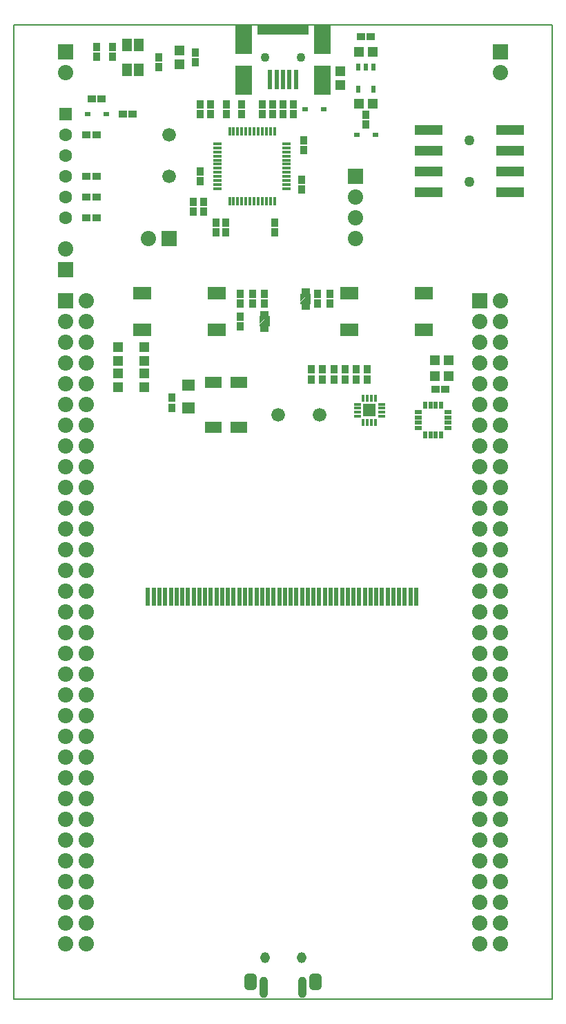
<source format=gts>
G04 Layer_Color=8388736*
%FSLAX43Y43*%
%MOMM*%
G71*
G01*
G75*
%ADD41C,0.127*%
%ADD78R,0.862X1.040*%
%ADD79R,1.040X0.862*%
%ADD80R,1.200X1.300*%
%ADD81R,1.624X1.370*%
%ADD82R,2.260X1.620*%
%ADD83R,1.116X0.913*%
%ADD84R,1.300X1.200*%
%ADD85R,0.700X0.550*%
%ADD86R,1.200X1.600*%
%ADD87R,0.950X0.550*%
%ADD88R,0.550X0.950*%
%ADD89R,0.500X2.300*%
%ADD90R,2.100X1.400*%
%ADD91R,0.900X0.400*%
%ADD92R,0.400X0.900*%
%ADD93R,1.600X1.600*%
%ADD94R,0.300X1.100*%
%ADD95R,1.100X0.300*%
%ADD96R,0.506X0.862*%
%ADD97R,3.500X1.300*%
%ADD98R,0.608X2.400*%
%ADD99R,2.100X3.600*%
%ADD100R,6.300X1.300*%
%ADD101C,1.878*%
%ADD102R,1.878X1.878*%
%ADD103R,1.878X1.878*%
%ADD104C,1.675*%
%ADD105R,1.600X1.600*%
%ADD106C,1.600*%
%ADD107C,1.268*%
%ADD108C,1.100*%
%ADD109O,1.050X2.625*%
G04:AMPARAMS|DCode=110|XSize=2mm|YSize=1.475mm|CornerRadius=0.394mm|HoleSize=0mm|Usage=FLASHONLY|Rotation=270.000|XOffset=0mm|YOffset=0mm|HoleType=Round|Shape=RoundedRectangle|*
%AMROUNDEDRECTD110*
21,1,2.000,0.688,0,0,270.0*
21,1,1.212,1.475,0,0,270.0*
1,1,0.787,-0.344,-0.606*
1,1,0.787,-0.344,0.606*
1,1,0.787,0.344,0.606*
1,1,0.787,0.344,-0.606*
%
%ADD110ROUNDEDRECTD110*%
%ADD111O,1.150X1.350*%
G36*
X31360Y82670D02*
X30750Y83279D01*
X30140Y82670D01*
Y83635D01*
X31360D01*
Y82670D01*
D02*
G37*
G36*
Y82619D02*
Y82365D01*
X30140D01*
Y82619D01*
X30750Y83229D01*
X31360Y82619D01*
D02*
G37*
G36*
X36360Y85420D02*
X35750Y86029D01*
X35140Y85420D01*
Y86385D01*
X36360D01*
Y85420D01*
D02*
G37*
G36*
Y85369D02*
Y85115D01*
X35140D01*
Y85369D01*
X35750Y85979D01*
X36360Y85369D01*
D02*
G37*
D41*
X0Y0D02*
X66000D01*
Y119300D01*
X0D02*
X66000D01*
X0Y0D02*
Y119300D01*
D78*
X37847Y75900D02*
D03*
Y77100D02*
D03*
X39250Y75900D02*
D03*
Y77100D02*
D03*
X40600Y75900D02*
D03*
Y77100D02*
D03*
X41965Y77100D02*
D03*
Y75900D02*
D03*
X35250Y99150D02*
D03*
Y100350D02*
D03*
X27920Y109575D02*
D03*
Y108375D02*
D03*
X29250Y85150D02*
D03*
Y86350D02*
D03*
X34270Y109575D02*
D03*
Y108375D02*
D03*
X32000Y95100D02*
D03*
Y93900D02*
D03*
X24110Y109575D02*
D03*
Y108375D02*
D03*
X26000Y95100D02*
D03*
Y93900D02*
D03*
X30460Y109575D02*
D03*
Y108375D02*
D03*
X22840Y100120D02*
D03*
Y101320D02*
D03*
Y109575D02*
D03*
Y108375D02*
D03*
X27750Y83600D02*
D03*
Y82400D02*
D03*
X19406Y73625D02*
D03*
Y72425D02*
D03*
X12045Y115360D02*
D03*
Y116560D02*
D03*
X10140Y115360D02*
D03*
Y116560D02*
D03*
X23250Y96400D02*
D03*
Y97600D02*
D03*
X38750Y86350D02*
D03*
Y85150D02*
D03*
X31730Y109575D02*
D03*
Y108375D02*
D03*
X26015D02*
D03*
Y109575D02*
D03*
X35540Y105130D02*
D03*
Y103930D02*
D03*
X22000Y96400D02*
D03*
Y97600D02*
D03*
X17760Y114090D02*
D03*
Y115290D02*
D03*
X24750Y95100D02*
D03*
Y93900D02*
D03*
X33000Y109575D02*
D03*
Y108375D02*
D03*
X30750Y85150D02*
D03*
Y86350D02*
D03*
X43160Y107105D02*
D03*
Y108305D02*
D03*
X37250Y86350D02*
D03*
Y85150D02*
D03*
X22205Y115925D02*
D03*
Y114725D02*
D03*
X27750Y85150D02*
D03*
Y86350D02*
D03*
X43310Y75893D02*
D03*
Y77093D02*
D03*
X36500Y75900D02*
D03*
Y77100D02*
D03*
D79*
X51700Y74700D02*
D03*
X52900D02*
D03*
X8905Y105800D02*
D03*
X10105D02*
D03*
X42560Y117865D02*
D03*
X43760D02*
D03*
X9540Y110245D02*
D03*
X10740D02*
D03*
X8905Y95640D02*
D03*
X10105D02*
D03*
X8905Y100720D02*
D03*
X10105D02*
D03*
X13350Y108340D02*
D03*
X14550D02*
D03*
X8905Y98180D02*
D03*
X10105D02*
D03*
D80*
X42310Y109610D02*
D03*
X44010D02*
D03*
X51600Y76300D02*
D03*
X53300D02*
D03*
X53350Y78200D02*
D03*
X51650D02*
D03*
X42310Y115960D02*
D03*
X44010D02*
D03*
D81*
X21400Y75197D02*
D03*
Y72403D02*
D03*
D82*
X41150Y86460D02*
D03*
Y81960D02*
D03*
X50250D02*
D03*
Y86460D02*
D03*
X15750Y81960D02*
D03*
Y86460D02*
D03*
X24850D02*
D03*
Y81960D02*
D03*
D83*
X30750Y83826D02*
D03*
Y82111D02*
D03*
X35750Y86576D02*
D03*
Y84861D02*
D03*
D84*
X16000Y79850D02*
D03*
Y78150D02*
D03*
X20300Y114475D02*
D03*
Y116175D02*
D03*
X12750Y74900D02*
D03*
Y76600D02*
D03*
Y79850D02*
D03*
Y78150D02*
D03*
X39985Y111935D02*
D03*
Y113635D02*
D03*
X16000Y74900D02*
D03*
Y76600D02*
D03*
D85*
X42017Y105800D02*
D03*
X44303D02*
D03*
X11283Y108340D02*
D03*
X8997D02*
D03*
X37953Y108975D02*
D03*
X35667D02*
D03*
D86*
X15335Y113825D02*
D03*
Y116825D02*
D03*
X13835D02*
D03*
Y113825D02*
D03*
D87*
X49615Y71875D02*
D03*
Y71225D02*
D03*
Y70575D02*
D03*
Y69925D02*
D03*
X53215D02*
D03*
Y70575D02*
D03*
Y71225D02*
D03*
Y71875D02*
D03*
D88*
X50440Y69100D02*
D03*
X51090D02*
D03*
X51740D02*
D03*
X52390D02*
D03*
Y72700D02*
D03*
X51740D02*
D03*
X51090D02*
D03*
X50440D02*
D03*
D89*
X33939Y49256D02*
D03*
X34639D02*
D03*
X35339D02*
D03*
X36039D02*
D03*
X36739D02*
D03*
X37439D02*
D03*
X38139D02*
D03*
X38839D02*
D03*
X39539D02*
D03*
X40239D02*
D03*
X40939D02*
D03*
X41639D02*
D03*
X42339D02*
D03*
X43039D02*
D03*
X43739D02*
D03*
X44439D02*
D03*
X45139D02*
D03*
X45839D02*
D03*
X46539D02*
D03*
X47239D02*
D03*
X47939D02*
D03*
X48639D02*
D03*
X49339D02*
D03*
X33239D02*
D03*
X32539D02*
D03*
X31839D02*
D03*
X31139D02*
D03*
X30439D02*
D03*
X29739D02*
D03*
X29039D02*
D03*
X28339D02*
D03*
X27639D02*
D03*
X26939D02*
D03*
X26239D02*
D03*
X25539D02*
D03*
X24839D02*
D03*
X24139D02*
D03*
X23439D02*
D03*
X22739D02*
D03*
X22034Y49261D02*
D03*
X21339Y49256D02*
D03*
X20639D02*
D03*
X19939D02*
D03*
X19239D02*
D03*
X18539D02*
D03*
X17839D02*
D03*
X17139D02*
D03*
X16439D02*
D03*
D90*
X27615Y70030D02*
D03*
Y75530D02*
D03*
X24415D02*
D03*
Y70030D02*
D03*
D91*
X45100Y71350D02*
D03*
Y71850D02*
D03*
Y72350D02*
D03*
Y72850D02*
D03*
X42100D02*
D03*
Y72350D02*
D03*
Y71850D02*
D03*
Y71350D02*
D03*
D92*
X44350Y73600D02*
D03*
X43850D02*
D03*
X43350D02*
D03*
X42850D02*
D03*
Y70600D02*
D03*
X43350D02*
D03*
X43850D02*
D03*
X44350D02*
D03*
D93*
X43600Y72100D02*
D03*
D94*
X26440Y106240D02*
D03*
X26940D02*
D03*
X27440D02*
D03*
X27940D02*
D03*
X28440D02*
D03*
X28940D02*
D03*
X29440D02*
D03*
X29940D02*
D03*
X30440D02*
D03*
X30940D02*
D03*
X31440D02*
D03*
X31940D02*
D03*
Y97740D02*
D03*
X31440D02*
D03*
X30940D02*
D03*
X30440D02*
D03*
X29940D02*
D03*
X29440D02*
D03*
X28940D02*
D03*
X28440D02*
D03*
X27940D02*
D03*
X27440D02*
D03*
X26940D02*
D03*
X26440D02*
D03*
D95*
X33440Y104740D02*
D03*
Y104240D02*
D03*
Y103740D02*
D03*
Y103240D02*
D03*
Y102740D02*
D03*
Y102240D02*
D03*
Y101740D02*
D03*
Y101240D02*
D03*
Y100740D02*
D03*
Y100240D02*
D03*
Y99740D02*
D03*
Y99240D02*
D03*
X24940D02*
D03*
Y99740D02*
D03*
Y100240D02*
D03*
Y100740D02*
D03*
Y101240D02*
D03*
Y101740D02*
D03*
Y102240D02*
D03*
Y102740D02*
D03*
Y103240D02*
D03*
Y103740D02*
D03*
Y104240D02*
D03*
Y104740D02*
D03*
D96*
X44110Y111435D02*
D03*
X42210D02*
D03*
Y114135D02*
D03*
X43160D02*
D03*
X44110D02*
D03*
D97*
X50860Y98815D02*
D03*
X60860D02*
D03*
X50860Y101355D02*
D03*
X60860D02*
D03*
X50860Y103895D02*
D03*
X60860Y103895D02*
D03*
X50860Y106435D02*
D03*
X60860D02*
D03*
D98*
X34597Y112575D02*
D03*
X33797D02*
D03*
X32997D02*
D03*
X32197D02*
D03*
X31397D02*
D03*
D99*
X28147Y112525D02*
D03*
Y117525D02*
D03*
X37847Y112525D02*
D03*
Y117525D02*
D03*
D100*
X33000Y118675D02*
D03*
D101*
X16490Y93100D02*
D03*
X6330Y91830D02*
D03*
X8870Y6740D02*
D03*
X6330D02*
D03*
X8870Y9280D02*
D03*
X6330D02*
D03*
X8870Y11820D02*
D03*
X6330D02*
D03*
X8870Y14360D02*
D03*
X6330D02*
D03*
X8870Y16900D02*
D03*
X6330D02*
D03*
X8870Y19440D02*
D03*
X6330D02*
D03*
X8870Y21980D02*
D03*
X6330D02*
D03*
X8870Y24520D02*
D03*
X6330D02*
D03*
X8870Y27060D02*
D03*
X6330D02*
D03*
X8870Y29600D02*
D03*
X6330D02*
D03*
X8870Y32140D02*
D03*
X6330D02*
D03*
X8870Y34680D02*
D03*
X6330D02*
D03*
X8870Y37220D02*
D03*
X6330D02*
D03*
X8870Y39760D02*
D03*
X6330D02*
D03*
X8870Y42300D02*
D03*
X6330D02*
D03*
X8870Y44840D02*
D03*
X6330D02*
D03*
X8870Y47380D02*
D03*
X6330D02*
D03*
X8870Y49920D02*
D03*
X6330D02*
D03*
X8870Y52460D02*
D03*
X6330D02*
D03*
X8870Y55000D02*
D03*
X6330D02*
D03*
X8870Y57540D02*
D03*
X6330D02*
D03*
X8870Y60080D02*
D03*
X6330D02*
D03*
X8870Y62620D02*
D03*
X6330D02*
D03*
X8870Y65160D02*
D03*
X6330D02*
D03*
X8870Y67700D02*
D03*
X6330D02*
D03*
X8870Y70240D02*
D03*
X6330D02*
D03*
X8870Y72780D02*
D03*
X6330D02*
D03*
X8870Y75320D02*
D03*
X6330D02*
D03*
X8870Y77860D02*
D03*
X6330D02*
D03*
X8870Y80400D02*
D03*
X6330D02*
D03*
X8870Y82940D02*
D03*
X6330D02*
D03*
X8870Y85480D02*
D03*
X6330Y113420D02*
D03*
X59670Y6740D02*
D03*
X57130D02*
D03*
X59670Y9280D02*
D03*
X57130D02*
D03*
X59670Y11820D02*
D03*
X57130D02*
D03*
X59670Y14360D02*
D03*
X57130D02*
D03*
X59670Y16900D02*
D03*
X57130D02*
D03*
X59670Y19440D02*
D03*
X57130D02*
D03*
X59670Y21980D02*
D03*
X57130D02*
D03*
X59670Y24520D02*
D03*
X57130D02*
D03*
X59670Y27060D02*
D03*
X57130D02*
D03*
X59670Y29600D02*
D03*
X57130D02*
D03*
X59670Y32140D02*
D03*
X57130D02*
D03*
X59670Y34680D02*
D03*
X57130D02*
D03*
X59670Y37220D02*
D03*
X57130D02*
D03*
X59670Y39760D02*
D03*
X57130D02*
D03*
X59670Y42300D02*
D03*
X57130D02*
D03*
X59670Y44840D02*
D03*
X57130D02*
D03*
X59670Y47380D02*
D03*
X57130D02*
D03*
X59670Y49920D02*
D03*
X57130D02*
D03*
X59670Y52460D02*
D03*
X57130D02*
D03*
X59670Y55000D02*
D03*
X57130D02*
D03*
X59670Y57540D02*
D03*
X57130D02*
D03*
X59670Y60080D02*
D03*
X57130D02*
D03*
X59670Y62620D02*
D03*
X57130D02*
D03*
X59670Y65160D02*
D03*
X57130D02*
D03*
X59670Y67700D02*
D03*
X57130D02*
D03*
X59670Y70240D02*
D03*
X57130D02*
D03*
X59670Y72780D02*
D03*
X57130D02*
D03*
X59670Y75320D02*
D03*
X57130D02*
D03*
X59670Y77860D02*
D03*
X57130D02*
D03*
X59670Y80400D02*
D03*
X57130D02*
D03*
X59670Y82940D02*
D03*
X57130D02*
D03*
X59670Y85480D02*
D03*
X41890Y93100D02*
D03*
Y95640D02*
D03*
Y98180D02*
D03*
X59670Y113420D02*
D03*
D102*
X19030Y93100D02*
D03*
D103*
X6330Y89290D02*
D03*
Y85480D02*
D03*
Y115960D02*
D03*
X57130Y85480D02*
D03*
X41890Y100720D02*
D03*
X59670Y115960D02*
D03*
D104*
X19035Y105791D02*
D03*
Y100711D02*
D03*
X32429Y71505D02*
D03*
X37509D02*
D03*
D105*
X6330Y108340D02*
D03*
D106*
Y105800D02*
D03*
Y103260D02*
D03*
Y100720D02*
D03*
Y98180D02*
D03*
Y95640D02*
D03*
D107*
X55860Y100085D02*
D03*
Y105165D02*
D03*
D108*
X35194Y115325D02*
D03*
X30800D02*
D03*
D109*
X35395Y1435D02*
D03*
X30645D02*
D03*
D110*
X37007Y2085D02*
D03*
X29032D02*
D03*
D111*
X30795Y5085D02*
D03*
X35245D02*
D03*
M02*

</source>
